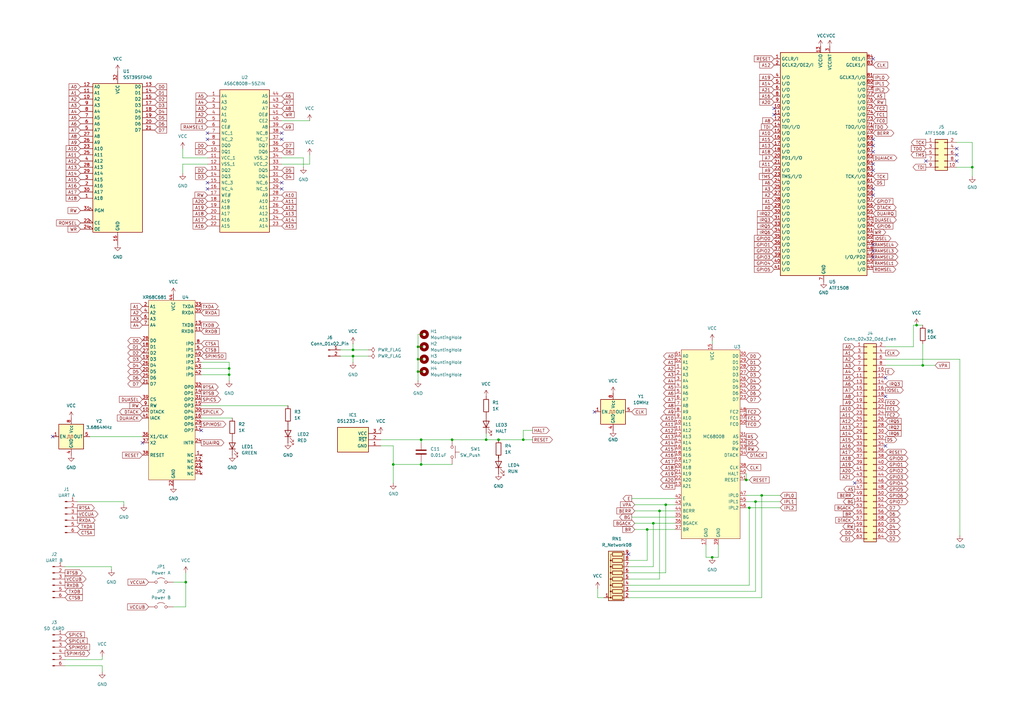
<source format=kicad_sch>
(kicad_sch (version 20231120) (generator "eeschema") (generator_version "8.0")
  (paper "A3")
  (junction (at 166.37 320.04))
  (junction (at 312.42 203.2))
  (junction (at 185.42 180.34))
  (junction (at 398.78 68.58))
  (junction (at 199.39 180.34))
  (junction (at 93.98 153.67))
  (junction (at 130.81 327.66))
  (junction (at 262.89 358.14))
  (junction (at 104.14 320.04))
  (junction (at 104.14 327.66))
  (junction (at 306.07 196.85))
  (junction (at 118.11 327.66))
  (junction (at 91.44 320.04))
  (junction (at 204.47 180.34))
  (junction (at 154.94 327.66))
  (junction (at 238.76 358.14))
  (junction (at 250.19 350.52))
  (junction (at 171.45 142.24))
  (junction (at 172.72 180.34))
  (junction (at 265.43 217.17))
  (junction (at 142.24 327.66))
  (junction (at 144.78 146.05))
  (junction (at 378.46 149.86))
  (junction (at 191.77 320.04))
  (junction (at 204.47 327.66))
  (junction (at 191.77 327.66))
  (junction (at 154.94 320.04))
  (junction (at 288.29 350.52))
  (junction (at 91.44 327.66))
  (junction (at 250.19 358.14))
  (junction (at 288.29 358.14))
  (junction (at 171.45 147.32))
  (junction (at 76.2 238.76))
  (junction (at 275.59 358.14))
  (junction (at 130.81 320.04))
  (junction (at 275.59 350.52))
  (junction (at 292.1 228.6))
  (junction (at 267.97 214.63))
  (junction (at 226.06 350.52))
  (junction (at 309.88 205.74))
  (junction (at 262.89 350.52))
  (junction (at 93.98 151.13))
  (junction (at 179.07 320.04))
  (junction (at 226.06 358.14))
  (junction (at 307.34 208.28))
  (junction (at 238.76 350.52))
  (junction (at 118.11 320.04))
  (junction (at 375.92 133.35))
  (junction (at 273.05 207.01))
  (junction (at 161.29 190.5))
  (junction (at 214.63 180.34))
  (junction (at 270.51 209.55))
  (junction (at 204.47 320.04))
  (junction (at 144.78 143.51))
  (junction (at 179.07 327.66))
  (junction (at 142.24 320.04))
  (junction (at 166.37 327.66))
  (junction (at 171.45 152.4))
  (junction (at 172.72 190.5))
  (no_connect (at 85.09 74.93))
  (no_connect (at 317.5 46.99))
  (no_connect (at 82.55 176.53))
  (no_connect (at 358.14 77.47))
  (no_connect (at 115.57 57.15))
  (no_connect (at 392.43 66.04))
  (no_connect (at 317.5 44.45))
  (no_connect (at 115.57 54.61))
  (no_connect (at 358.14 62.23))
  (no_connect (at 243.84 168.91))
  (no_connect (at 85.09 54.61))
  (no_connect (at 358.14 102.87))
  (no_connect (at 379.73 66.04))
  (no_connect (at 363.22 182.88))
  (no_connect (at 85.09 77.47))
  (no_connect (at 358.14 57.15))
  (no_connect (at 115.57 74.93))
  (no_connect (at 363.22 162.56))
  (no_connect (at 358.14 80.01))
  (no_connect (at 358.14 69.85))
  (no_connect (at 392.43 63.5))
  (no_connect (at 392.43 60.96))
  (no_connect (at 358.14 59.69))
  (no_connect (at 358.14 100.33))
  (no_connect (at 350.52 198.12))
  (no_connect (at 58.42 181.61))
  (no_connect (at 358.14 24.13))
  (no_connect (at 358.14 105.41))
  (no_connect (at 257.81 227.33))
  (no_connect (at 115.57 77.47))
  (no_connect (at 363.22 154.94))
  (no_connect (at 21.59 179.07))
  (no_connect (at 358.14 67.31))
  (no_connect (at 85.09 57.15))
  (wire (pts (xy 214.63 180.34) (xy 218.44 180.34)))
  (wire (pts (xy 363.22 149.86) (xy 378.46 149.86)))
  (wire (pts (xy 115.57 67.31) (xy 127 67.31)))
  (wire (pts (xy 172.72 180.34) (xy 185.42 180.34)))
  (wire (pts (xy 309.88 205.74) (xy 320.04 205.74)))
  (wire (pts (xy 374.65 133.35) (xy 375.92 133.35)))
  (wire (pts (xy 31.75 205.74) (xy 50.8 205.74)))
  (wire (pts (xy 26.67 273.05) (xy 41.91 273.05)))
  (wire (pts (xy 204.47 180.34) (xy 214.63 180.34)))
  (wire (pts (xy 50.8 205.74) (xy 50.8 207.01)))
  (wire (pts (xy 166.37 327.66) (xy 179.07 327.66)))
  (wire (pts (xy 144.78 146.05) (xy 144.78 148.59)))
  (wire (pts (xy 307.34 208.28) (xy 306.07 208.28)))
  (wire (pts (xy 171.45 147.32) (xy 173.99 147.32)))
  (wire (pts (xy 71.12 238.76) (xy 76.2 238.76)))
  (wire (pts (xy 93.98 148.59) (xy 93.98 151.13)))
  (wire (pts (xy 289.56 228.6) (xy 292.1 228.6)))
  (wire (pts (xy 257.81 242.57) (xy 309.88 242.57)))
  (wire (pts (xy 392.43 68.58) (xy 398.78 68.58)))
  (wire (pts (xy 267.97 214.63) (xy 276.86 214.63)))
  (wire (pts (xy 257.81 245.11) (xy 312.42 245.11)))
  (wire (pts (xy 260.35 209.55) (xy 270.51 209.55)))
  (wire (pts (xy 363.22 147.32) (xy 393.7 147.32)))
  (wire (pts (xy 273.05 207.01) (xy 273.05 234.95)))
  (wire (pts (xy 161.29 182.88) (xy 161.29 190.5)))
  (wire (pts (xy 76.2 238.76) (xy 76.2 234.95)))
  (wire (pts (xy 171.45 152.4) (xy 171.45 156.21)))
  (wire (pts (xy 273.05 207.01) (xy 276.86 207.01)))
  (wire (pts (xy 139.7 143.51) (xy 144.78 143.51)))
  (wire (pts (xy 294.64 223.52) (xy 294.64 228.6)))
  (wire (pts (xy 260.35 207.01) (xy 273.05 207.01)))
  (wire (pts (xy 307.34 196.85) (xy 306.07 196.85)))
  (wire (pts (xy 260.35 217.17) (xy 265.43 217.17)))
  (wire (pts (xy 142.24 327.66) (xy 154.94 327.66)))
  (wire (pts (xy 71.12 248.92) (xy 76.2 248.92)))
  (wire (pts (xy 288.29 350.52) (xy 288.29 358.14)))
  (wire (pts (xy 265.43 217.17) (xy 276.86 217.17)))
  (wire (pts (xy 161.29 190.5) (xy 172.72 190.5)))
  (wire (pts (xy 118.11 327.66) (xy 130.81 327.66)))
  (wire (pts (xy 91.44 327.66) (xy 104.14 327.66)))
  (wire (pts (xy 307.34 240.03) (xy 307.34 208.28)))
  (wire (pts (xy 41.91 270.51) (xy 41.91 269.24)))
  (wire (pts (xy 45.72 232.41) (xy 45.72 233.68)))
  (wire (pts (xy 171.45 152.4) (xy 173.99 152.4)))
  (wire (pts (xy 171.45 147.32) (xy 171.45 152.4)))
  (wire (pts (xy 374.65 133.35) (xy 374.65 142.24)))
  (wire (pts (xy 259.08 212.09) (xy 276.86 212.09)))
  (wire (pts (xy 306.07 194.31) (xy 306.07 196.85)))
  (wire (pts (xy 179.07 327.66) (xy 191.77 327.66)))
  (wire (pts (xy 226.06 350.52) (xy 238.76 350.52)))
  (wire (pts (xy 226.06 358.14) (xy 238.76 358.14)))
  (wire (pts (xy 82.55 153.67) (xy 93.98 153.67)))
  (wire (pts (xy 179.07 320.04) (xy 191.77 320.04)))
  (wire (pts (xy 257.81 232.41) (xy 267.97 232.41)))
  (wire (pts (xy 91.44 327.66) (xy 91.44 330.2)))
  (wire (pts (xy 312.42 203.2) (xy 320.04 203.2)))
  (wire (pts (xy 171.45 137.16) (xy 171.45 142.24)))
  (wire (pts (xy 306.07 203.2) (xy 312.42 203.2)))
  (wire (pts (xy 104.14 327.66) (xy 118.11 327.66)))
  (wire (pts (xy 115.57 64.77) (xy 124.46 64.77)))
  (wire (pts (xy 265.43 217.17) (xy 265.43 229.87)))
  (wire (pts (xy 259.08 204.47) (xy 276.86 204.47)))
  (wire (pts (xy 191.77 320.04) (xy 204.47 320.04)))
  (wire (pts (xy 218.44 176.53) (xy 214.63 176.53)))
  (wire (pts (xy 292.1 228.6) (xy 294.64 228.6)))
  (wire (pts (xy 306.07 205.74) (xy 309.88 205.74)))
  (wire (pts (xy 238.76 350.52) (xy 250.19 350.52)))
  (wire (pts (xy 191.77 327.66) (xy 204.47 327.66)))
  (wire (pts (xy 275.59 350.52) (xy 288.29 350.52)))
  (wire (pts (xy 130.81 327.66) (xy 142.24 327.66)))
  (wire (pts (xy 93.98 148.59) (xy 82.55 148.59)))
  (wire (pts (xy 36.83 179.07) (xy 58.42 179.07)))
  (wire (pts (xy 270.51 209.55) (xy 276.86 209.55)))
  (wire (pts (xy 161.29 190.5) (xy 161.29 198.12)))
  (wire (pts (xy 204.47 320.04) (xy 204.47 327.66)))
  (wire (pts (xy 260.35 214.63) (xy 267.97 214.63)))
  (wire (pts (xy 166.37 320.04) (xy 179.07 320.04)))
  (wire (pts (xy 41.91 273.05) (xy 41.91 275.59)))
  (wire (pts (xy 156.21 182.88) (xy 161.29 182.88)))
  (wire (pts (xy 257.81 237.49) (xy 270.51 237.49)))
  (wire (pts (xy 156.21 180.34) (xy 172.72 180.34)))
  (wire (pts (xy 173.99 137.16) (xy 171.45 137.16)))
  (wire (pts (xy 172.72 190.5) (xy 172.72 189.23)))
  (wire (pts (xy 309.88 242.57) (xy 309.88 205.74)))
  (wire (pts (xy 76.2 248.92) (xy 76.2 238.76)))
  (wire (pts (xy 74.93 67.31) (xy 85.09 67.31)))
  (wire (pts (xy 154.94 327.66) (xy 166.37 327.66)))
  (wire (pts (xy 247.65 245.11) (xy 245.11 245.11)))
  (wire (pts (xy 154.94 320.04) (xy 166.37 320.04)))
  (wire (pts (xy 93.98 153.67) (xy 93.98 156.21)))
  (wire (pts (xy 139.7 146.05) (xy 144.78 146.05)))
  (wire (pts (xy 393.7 147.32) (xy 393.7 219.71)))
  (wire (pts (xy 172.72 190.5) (xy 185.42 190.5)))
  (wire (pts (xy 262.89 350.52) (xy 275.59 350.52)))
  (wire (pts (xy 93.98 151.13) (xy 93.98 153.67)))
  (wire (pts (xy 363.22 142.24) (xy 374.65 142.24)))
  (wire (pts (xy 250.19 358.14) (xy 262.89 358.14)))
  (wire (pts (xy 250.19 350.52) (xy 262.89 350.52)))
  (wire (pts (xy 378.46 140.97) (xy 378.46 149.86)))
  (wire (pts (xy 270.51 209.55) (xy 270.51 237.49)))
  (wire (pts (xy 144.78 146.05) (xy 151.13 146.05)))
  (wire (pts (xy 262.89 358.14) (xy 275.59 358.14)))
  (wire (pts (xy 378.46 149.86) (xy 383.54 149.86)))
  (wire (pts (xy 172.72 180.34) (xy 172.72 181.61)))
  (wire (pts (xy 185.42 180.34) (xy 199.39 180.34)))
  (wire (pts (xy 74.93 60.96) (xy 74.93 64.77)))
  (wire (pts (xy 265.43 229.87) (xy 257.81 229.87)))
  (wire (pts (xy 130.81 320.04) (xy 142.24 320.04)))
  (wire (pts (xy 82.55 166.37) (xy 118.11 166.37)))
  (wire (pts (xy 289.56 223.52) (xy 289.56 228.6)))
  (wire (pts (xy 127 67.31) (xy 127 63.5)))
  (wire (pts (xy 375.92 133.35) (xy 378.46 133.35)))
  (wire (pts (xy 171.45 142.24) (xy 171.45 147.32)))
  (wire (pts (xy 257.81 234.95) (xy 273.05 234.95)))
  (wire (pts (xy 307.34 208.28) (xy 320.04 208.28)))
  (wire (pts (xy 245.11 245.11) (xy 245.11 241.3)))
  (wire (pts (xy 171.45 142.24) (xy 173.99 142.24)))
  (wire (pts (xy 398.78 68.58) (xy 398.78 72.39)))
  (wire (pts (xy 115.57 49.53) (xy 127 49.53)))
  (wire (pts (xy 199.39 177.8) (xy 199.39 180.34)))
  (wire (pts (xy 82.55 151.13) (xy 93.98 151.13)))
  (wire (pts (xy 238.76 358.14) (xy 250.19 358.14)))
  (wire (pts (xy 144.78 140.97) (xy 144.78 143.51)))
  (wire (pts (xy 118.11 320.04) (xy 130.81 320.04)))
  (wire (pts (xy 74.93 64.77) (xy 85.09 64.77)))
  (wire (pts (xy 226.06 350.52) (xy 213.36 350.52)))
  (wire (pts (xy 292.1 139.7) (xy 292.1 140.97)))
  (wire (pts (xy 257.81 240.03) (xy 307.34 240.03)))
  (wire (pts (xy 204.47 187.96) (xy 204.47 186.69)))
  (wire (pts (xy 214.63 176.53) (xy 214.63 180.34)))
  (wire (pts (xy 26.67 232.41) (xy 45.72 232.41)))
  (wire (pts (xy 199.39 180.34) (xy 204.47 180.34)))
  (wire (pts (xy 213.36 358.14) (xy 226.06 358.14)))
  (wire (pts (xy 142.24 320.04) (xy 154.94 320.04)))
  (wire (pts (xy 275.59 358.14) (xy 288.29 358.14)))
  (wire (pts (xy 144.78 143.51) (xy 151.13 143.51)))
  (wire (pts (xy 91.44 320.04) (xy 104.14 320.04)))
  (wire (pts (xy 91.44 316.23) (xy 91.44 320.04)))
  (wire (pts (xy 104.14 320.04) (xy 118.11 320.04)))
  (wire (pts (xy 124.46 64.77) (xy 124.46 68.58)))
  (wire (pts (xy 74.93 67.31) (xy 74.93 71.12)))
  (wire (pts (xy 26.67 270.51) (xy 41.91 270.51)))
  (wire (pts (xy 398.78 58.42) (xy 398.78 68.58)))
  (wire (pts (xy 312.42 203.2) (xy 312.42 245.11)))
  (wire (pts (xy 267.97 232.41) (xy 267.97 214.63)))
  (wire (pts (xy 392.43 58.42) (xy 398.78 58.42)))
  (wire (pts (xy 82.55 171.45) (xy 95.25 171.45)))
  (global_label "DTACK" (shape bidirectional) (at 58.42 168.91 180) (property "Intersheetrefs" "${INTERSHEET_REFS}" (effects (hide yes))))
  (global_label "A5" (shape input) (at 33.02 48.26 180) (property "Intersheetrefs" "${INTERSHEET_REFS}" (effects (hide yes))))
  (global_label "A13" (shape input) (at 33.02 68.58 180) (property "Intersheetrefs" "${INTERSHEET_REFS}" (effects (hide yes))))
  (global_label "D0" (shape bidirectional) (at 350.52 218.44 180) (property "Intersheetrefs" "${INTERSHEET_REFS}" (effects (hide yes))))
  (global_label "A11" (shape input) (at 33.02 63.5 180) (property "Intersheetrefs" "${INTERSHEET_REFS}" (effects (hide yes))))
  (global_label "A3" (shape input) (at 58.42 130.81 180) (property "Intersheetrefs" "${INTERSHEET_REFS}" (effects (hide yes))))
  (global_label "VCCUB" (shape input) (at 60.96 248.92 180) (property "Intersheetrefs" "${INTERSHEET_REFS}" (effects (hide yes))))
  (global_label "SPIMOSI" (shape input) (at 26.67 265.43 0) (property "Intersheetrefs" "${INTERSHEET_REFS}" (effects (hide yes))))
  (global_label "VPA" (shape input) (at 383.54 149.86 0) (property "Intersheetrefs" "${INTERSHEET_REFS}" (effects (hide yes))))
  (global_label "D6" (shape bidirectional) (at 306.07 161.29 0) (property "Intersheetrefs" "${INTERSHEET_REFS}" (effects (hide yes))))
  (global_label "BERR" (shape input) (at 260.35 209.55 180) (property "Intersheetrefs" "${INTERSHEET_REFS}" (effects (hide yes))))
  (global_label "A21" (shape input) (at 317.5 36.83 180) (property "Intersheetrefs" "${INTERSHEET_REFS}" (effects (hide yes))))
  (global_label "FC0" (shape input) (at 358.14 49.53 0) (effects (font (size 1.1938 1.1938))) (property "Intersheetrefs" "${INTERSHEET_REFS}" (effects (hide yes))))
  (global_label "A17" (shape input) (at 33.02 78.74 180) (property "Intersheetrefs" "${INTERSHEET_REFS}" (effects (hide yes))))
  (global_label "VPA" (shape input) (at 260.35 207.01 180) (property "Intersheetrefs" "${INTERSHEET_REFS}" (effects (hide yes))))
  (global_label "A18" (shape input) (at 317.5 62.23 180) (property "Intersheetrefs" "${INTERSHEET_REFS}" (effects (hide yes))))
  (global_label "TCK" (shape input) (at 358.14 72.39 0) (property "Intersheetrefs" "${INTERSHEET_REFS}" (effects (hide yes))))
  (global_label "A19" (shape input) (at 85.09 85.09 180) (property "Intersheetrefs" "${INTERSHEET_REFS}" (effects (hide yes))))
  (global_label "SPIMOSI" (shape output) (at 82.55 173.99 0) (property "Intersheetrefs" "${INTERSHEET_REFS}" (effects (hide yes))))
  (global_label "BR" (shape input) (at 260.35 217.17 180) (property "Intersheetrefs" "${INTERSHEET_REFS}" (effects (hide yes))))
  (global_label "DUAIRQ" (shape input) (at 358.14 87.63 0) (property "Intersheetrefs" "${INTERSHEET_REFS}" (effects (hide yes))))
  (global_label "D1" (shape bidirectional) (at 350.52 220.98 180) (property "Intersheetrefs" "${INTERSHEET_REFS}" (effects (hide yes))))
  (global_label "D4" (shape bidirectional) (at 363.22 215.9 0) (property "Intersheetrefs" "${INTERSHEET_REFS}" (effects (hide yes))))
  (global_label "GPIO4" (shape input) (at 317.5 107.95 180) (property "Intersheetrefs" "${INTERSHEET_REFS}" (effects (hide yes))))
  (global_label "FC2" (shape output) (at 363.22 170.18 0) (effects (font (size 1.1938 1.1938))) (property "Intersheetrefs" "${INTERSHEET_REFS}" (effects (hide yes))))
  (global_label "A19" (shape input) (at 317.5 31.75 180) (property "Intersheetrefs" "${INTERSHEET_REFS}" (effects (hide yes))))
  (global_label "DTACK" (shape input) (at 350.52 213.36 180) (effects (font (size 1.1938 1.1938))) (property "Intersheetrefs" "${INTERSHEET_REFS}" (effects (hide yes))))
  (global_label "A3" (shape input) (at 350.52 149.86 180) (property "Intersheetrefs" "${INTERSHEET_REFS}" (effects (hide yes))))
  (global_label "D3" (shape bidirectional) (at 306.07 153.67 0) (property "Intersheetrefs" "${INTERSHEET_REFS}" (effects (hide yes))))
  (global_label "A2" (shape input) (at 33.02 40.64 180) (property "Intersheetrefs" "${INTERSHEET_REFS}" (effects (hide yes))))
  (global_label "A14" (shape output) (at 276.86 181.61 180) (property "Intersheetrefs" "${INTERSHEET_REFS}" (effects (hide yes))))
  (global_label "DUAIACK" (shape output) (at 358.14 64.77 0) (effects (font (size 1.1938 1.1938))) (property "Intersheetrefs" "${INTERSHEET_REFS}" (effects (hide yes))))
  (global_label "DS" (shape output) (at 306.07 181.61 0) (property "Intersheetrefs" "${INTERSHEET_REFS}" (effects (hide yes))))
  (global_label "A15" (shape output) (at 276.86 184.15 180) (property "Intersheetrefs" "${INTERSHEET_REFS}" (effects (hide yes))))
  (global_label "RESET" (shape input) (at 317.5 24.13 180) (property "Intersheetrefs" "${INTERSHEET_REFS}" (effects (hide yes))))
  (global_label "D6" (shape input) (at 63.5 50.8 0) (property "Intersheetrefs" "${INTERSHEET_REFS}" (effects (hide yes))))
  (global_label "A8" (shape input) (at 115.57 44.45 0) (property "Intersheetrefs" "${INTERSHEET_REFS}" (effects (hide yes))))
  (global_label "RAMSEL4" (shape output) (at 358.14 100.33 0) (effects (font (size 1.1938 1.1938))) (property "Intersheetrefs" "${INTERSHEET_REFS}" (effects (hide yes))))
  (global_label "A15" (shape input) (at 115.57 92.71 0) (property "Intersheetrefs" "${INTERSHEET_REFS}" (effects (hide yes))))
  (global_label "GPIO6" (shape input) (at 358.14 92.71 0) (property "Intersheetrefs" "${INTERSHEET_REFS}" (effects (hide yes))))
  (global_label "D1" (shape bidirectional) (at 306.07 148.59 0) (property "Intersheetrefs" "${INTERSHEET_REFS}" (effects (hide yes))))
  (global_label "D2" (shape input) (at 85.09 69.85 180) (property "Intersheetrefs" "${INTERSHEET_REFS}" (effects (hide yes))))
  (global_label "VCCUA" (shape output) (at 31.75 210.82 0) (property "Intersheetrefs" "${INTERSHEET_REFS}" (effects (hide yes))))
  (global_label "D7" (shape input) (at 63.5 53.34 0) (property "Intersheetrefs" "${INTERSHEET_REFS}" (effects (hide yes))))
  (global_label "TDI" (shape input) (at 317.5 52.07 180) (property "Intersheetrefs" "${INTERSHEET_REFS}" (effects (hide yes))))
  (global_label "A1" (shape input) (at 317.5 82.55 180) (property "Intersheetrefs" "${INTERSHEET_REFS}" (effects (hide yes))))
  (global_label "A8" (shape input) (at 317.5 49.53 180) (property "Intersheetrefs" "${INTERSHEET_REFS}" (effects (hide yes))))
  (global_label "A16" (shape input) (at 33.02 76.2 180) (property "Intersheetrefs" "${INTERSHEET_REFS}" (effects (hide yes))))
  (global_label "A14" (shape input) (at 317.5 34.29 180) (property "Intersheetrefs" "${INTERSHEET_REFS}" (effects (hide yes))))
  (global_label "FC0" (shape output) (at 306.07 173.99 0) (property "Intersheetrefs" "${INTERSHEET_REFS}" (effects (hide yes))))
  (global_label "FC1" (shape output) (at 306.07 171.45 0) (property "Intersheetrefs" "${INTERSHEET_REFS}" (effects (hide yes))))
  (global_label "RAMSEL1" (shape output) (at 358.14 107.95 0) (effects (font (size 1.1938 1.1938))) (property "Intersheetrefs" "${INTERSHEET_REFS}" (effects (hide yes))))
  (global_label "TDO" (shape output) (at 358.14 52.07 0) (property "Intersheetrefs" "${INTERSHEET_REFS}" (effects (hide yes))))
  (global_label "RXDA" (shape output) (at 31.75 213.36 0) (property "Intersheetrefs" "${INTERSHEET_REFS}" (effects (hide yes))))
  (global_label "BGACK" (shape input) (at 350.52 208.28 180) (effects (font (size 1.1938 1.1938))) (property "Intersheetrefs" "${INTERSHEET_REFS}" (effects (hide yes))))
  (global_label "D3" (shape bidirectional) (at 363.22 218.44 0) (property "Intersheetrefs" "${INTERSHEET_REFS}" (effects (hide yes))))
  (global_label "A5" (shape output) (at 276.86 158.75 180) (property "Intersheetrefs" "${INTERSHEET_REFS}" (effects (hide yes))))
  (global_label "A20" (shape input) (at 350.52 193.04 180) (property "Intersheetrefs" "${INTERSHEET_REFS}" (effects (hide yes))))
  (global_label "SPIMISO" (shape input) (at 82.55 146.05 0) (property "Intersheetrefs" "${INTERSHEET_REFS}" (effects (hide yes))))
  (global_label "A10" (shape input) (at 33.02 60.96 180) (property "Intersheetrefs" "${INTERSHEET_REFS}" (effects (hide yes))))
  (global_label "IPL2" (shape output) (at 358.14 36.83 0) (property "Intersheetrefs" "${INTERSHEET_REFS}" (effects (hide yes))))
  (global_label "GPIO0" (shape input) (at 317.5 97.79 180) (property "Intersheetrefs" "${INTERSHEET_REFS}" (effects (hide yes))))
  (global_label "A20" (shape output) (at 276.86 196.85 180) (property "Intersheetrefs" "${INTERSHEET_REFS}" (effects (hide yes))))
  (global_label "FC1" (shape output) (at 363.22 167.64 0) (effects (font (size 1.1938 1.1938))) (property "Intersheetrefs" "${INTERSHEET_REFS}" (effects (hide yes))))
  (global_label "A2" (shape input) (at 350.52 147.32 180) (property "Intersheetrefs" "${INTERSHEET_REFS}" (effects (hide yes))))
  (global_label "D2" (shape bidirectional) (at 58.42 144.78 180) (property "Intersheetrefs" "${INTERSHEET_REFS}" (effects (hide yes))))
  (global_label "RESET" (shape input) (at 307.34 196.85 0) (property "Intersheetrefs" "${INTERSHEET_REFS}" (effects (hide yes))))
  (global_label "A18" (shape input) (at 350.52 187.96 180) (property "Intersheetrefs" "${INTERSHEET_REFS}" (effects (hide yes))))
  (global_label "D5" (shape bidirectional) (at 363.22 213.36 0) (property "Intersheetrefs" "${INTERSHEET_REFS}" (effects (hide yes))))
  (global_label "IRQ6" (shape input) (at 317.5 95.25 180) (property "Intersheetrefs" "${INTERSHEET_REFS}" (effects (hide yes))))
  (global_label "A1" (shape output) (at 276.86 148.59 180) (property "Intersheetrefs" "${INTERSHEET_REFS}" (effects (hide yes))))
  (global_label "DTACK" (shape tri_state) (at 358.14 85.09 0) (property "Intersheetrefs" "${INTERSHEET_REFS}" (effects (hide yes))))
  (global_label "IPL0" (shape input) (at 320.04 203.2 0) (property "Intersheetrefs" "${INTERSHEET_REFS}" (effects (hide yes))))
  (global_label "TXDA" (shape input) (at 31.75 215.9 0) (property "Intersheetrefs" "${INTERSHEET_REFS}" (effects (hide yes))))
  (global_label "A13" (shape input) (at 350.52 175.26 180) (property "Intersheetrefs" "${INTERSHEET_REFS}" (effects (hide yes))))
  (global_label "A18" (shape input) (at 85.09 87.63 180) (property "Intersheetrefs" "${INTERSHEET_REFS}" (effects (hide yes))))
  (global_label "GPIO1" (shape input) (at 317.5 100.33 180) (property "Intersheetrefs" "${INTERSHEET_REFS}" (effects (hide yes))))
  (global_label "GPIO6" (shape bidirectional) (at 363.22 203.2 0) (property "Intersheetrefs" "${INTERSHEET_REFS}" (effects (hide yes))))
  (global_label "FC2" (shape output) (at 306.07 168.91 0) (property "Intersheetrefs" "${INTERSHEET_REFS}" (effects (hide yes))))
  (global_label "VCCUA" (shape input) (at 60.96 238.76 180) (property "Intersheetrefs" "${INTERSHEET_REFS}" (effects (hide yes))))
  (global_label "A8" (shape input) (at 33.02 55.88 180) (property "Intersheetrefs" "${INTERSHEET_REFS}" (effects (hide yes))))
  (global_label "IOSEL" (shape output) (at 363.22 160.02 0) (effects (font (size 1.1938 1.1938))) (property "Intersheetrefs" "${INTERSHEET_REFS}" (effects (hide yes))))
  (global_label "D5" (shape bidirectional) (at 58.42 152.4 180) (property "Intersheetrefs" "${INTERSHEET_REFS}" (effects (hide yes))))
  (global_label "A12" (shape input) (at 317.5 26.67 180) (property "Intersheetrefs" "${INTERSHEET_REFS}" (effects (hide yes))))
  (global_label "D2" (shape bidirectional) (at 306.07 151.13 0) (property "Intersheetrefs" "${INTERSHEET_REFS}" (effects (hide yes))))
  (global_label "A9" (shape output) (at 276.86 168.91 180) (property "Intersheetrefs" "${INTERSHEET_REFS}" (effects (hide yes))))
  (global_label "A9" (shape input) (at 33.02 58.42 180) (property "Intersheetrefs" "${INTERSHEET_REFS}" (effects (hide yes))))
  (global_label "A3" (shape input) (at 317.5 77.47 180) (property "Intersheetrefs" "${INTERSHEET_REFS}" (effects (hide yes))))
  (global_label "GPIO5" (shape input) (at 317.5 110.49 180) (property "Intersheetrefs" "${INTERSHEET_REFS}" (effects (hide yes))))
  (global_label "RXDA" (shape input) (at 82.55 128.27 0) (property "Intersheetrefs" "${INTERSHEET_REFS}" (effects (hide yes))))
  (global_label "A16" (shape input) (at 317.5 39.37 180) (property "Intersheetrefs" "${INTERSHEET_REFS}" (effects (hide yes))))
  (global_label "A9" (shape input) (at 350.52 165.1 180) (property "Intersheetrefs" "${INTERSHEET_REFS}" (effects (hide yes))))
  (global_label "A5" (shape input) (at 350.52 154.94 180) (property "Intersheetrefs" "${INTERSHEET_REFS}" (effects (hide yes))))
  (global_label "A8" (shape output) (at 276.86 166.37 180) (property "Intersheetrefs" "${INTERSHEET_REFS}" (effects (hide yes))))
  (global_label "TCK" (shape output) (at 379.73 58.42 180) (property "Intersheetrefs" "${INTERSHEET_REFS}" (effects (hide yes))))
  (global_label "D2" (shape input) (at 63.5 40.64 0) (property "Intersheetrefs" "${INTERSHEET_REFS}" (effects (hide yes))))
  (global_label "CLK" (shape input) (at 358.14 26.67 0) (property "Intersheetrefs" "${INTERSHEET_REFS}" (effects (hide yes))))
  (global_label "A7" (shape input) (at 350.52 160.02 180) (property "Intersheetrefs" "${INTERSHEET_REFS}" (effects (hide yes))))
  (global_label "A13" (shape input) (at 317.5 59.69 180) (property "Intersheetrefs" "${INTERSHEET_REFS}" (effects (hide yes))))
  (global_label "D7" (shape input) (at 115.57 59.69 0) (property "Intersheetrefs" "${INTERSHEET_REFS}" (effects (hide yes))))
  (global_label "A10" (shape input) (at 115.57 80.01 0) (property "Intersheetrefs" "${INTERSHEET_REFS}" (effects (hide yes))))
  (global_label "A2" (shape input) (at 317.5 80.01 180) (property "Intersheetrefs" "${INTERSHEET_REFS}" (effects (hide yes))))
  (global_label "BG" (shape output) (at 350.52 205.74 180) (effects (font (size 1.1938 1.1938))) (property "Intersheetrefs" "${INTERSHEET_REFS}" (effects (hide yes))))
  (global_label "CLK" (shape input) (at 306.07 191.77 0) (property "Intersheetrefs" "${INTERSHEET_REFS}" (effects (hide yes))))
  (global_label "DS" (shape output) (at 363.22 180.34 0) (effects (font (size 1.1938 1.1938))) (property "Intersheetrefs" "${INTERSHEET_REFS}" (effects (hide yes))))
  (global_label "CLK" (shape input) (at 259.08 168.91 0) (property "Intersheetrefs" "${INTERSHEET_REFS}" (effects (hide yes))))
  (global_label "IPL0" (shape output) (at 358.14 31.75 0) (property "Intersheetrefs" "${INTERSHEET_REFS}" (effects (hide yes))))
  (global_label "A11" (shape input) (at 350.52 170.18 180) (property "Intersheetrefs" "${INTERSHEET_REFS}" (effects (hide yes))))
  (global_label "RXDB" (shape output) (at 26.67 240.03 0) (property "Intersheetrefs" "${INTERSHEET_REFS}" (effects (hide yes))))
  (global_label "IRQ2" (shape input) (at 363.22 175.26 0) (effects (font (size 1.1938 1.1938))) (property "Intersheetrefs" "${INTERSHEET_REFS}" (effects (hide yes))))
  (global_label "RESET" (shape bidirectional) (at 363.22 185.42 0) (effects (font (size 1.1938 1.1938))) (property "Intersheetrefs" "${INTERSHEET_REFS}" (effects (hide yes))))
  (global_label "A21" (shape input) (at 350.52 195.58 180) (property "Intersheetrefs" "${INTERSHEET_REFS}" (effects (hide yes))))
  (global_label "IRQ3" (shape input) (at 317.5 90.17 180) (property "Intersheetrefs" "${INTERSHEET_REFS}" (effects (hide yes))))
  (global_label "CTSA" (shape input) (at 31.75 218.44 0) (property "Intersheetrefs" "${INTERSHEET_REFS}" (effects (hide yes))))
  (global_label "AS" (shape output) (at 350.52 200.66 180) (effects (font (size 1.1938 1.1938))) (property "Intersheetrefs" "${INTERSHEET_REFS}" (effects (hide yes))))
  (global_label "A2" (shape input) (at 85.09 46.99 180) (property "Intersheetrefs" "${INTERSHEET_REFS}" (effects (hide yes))))
  (global_label "A1" (shape input) (at 33.02 38.1 180) (property "Intersheetrefs" "${INTERSHEET_REFS}" (effects (hide yes))))
  (global_label "DUASEL" (shape output) (at 358.14 90.17 0) (property "Intersheetrefs" "${INTERSHEET_REFS}" (effects (hide yes))))
  (global_label "BERR" (shape tri_state) (at 358.14 54.61 0) (property "Intersheetrefs" "${INTERSHEET_REFS}" (effects (hide yes))))
  (global_label "A8" (shape input) (at 350.52 162.56 180) (property "Intersheetrefs" "${INTERSHEET_REFS}" (effects (hide yes))))
  (global_label "RW" (shape input) (at 85.09 80.01 180) (property "Intersheetrefs" "${INTERSHEET_REFS}" (effects (hide yes))))
  (global_label "A5" (shape input) (at 85.09 39.37 180) (property "Intersheetrefs" "${INTERSHEET_REFS}" (effects (hide yes))))
  (global_label "A6" (shape input) (at 317.5 74.93 180) (property "Intersheetrefs" "${INTERSHEET_REFS}" (effects (hide yes))))
  (global_label "A21" (shape output) (at 276.86 199.39 180) (property "Intersheetrefs" "${INTERSHEET_REFS}" (effects (hide yes))))
  (global_label "D6" (shape bidirectional) (at 58.42 154.94 180) (property "Intersheetrefs" "${INTERSHEET_REFS}" (effects (hide yes))))
  (global_label "A14" (shape input) (at 115.57 90.17 0) (property "Intersheetrefs" "${INTERSHEET_REFS}" (effects (hide yes))))
  (global_label "A12" (shape input) (at 350.52 172.72 180) (property "Intersheetrefs" "${INTERSHEET_REFS}" (effects (hide yes))))
  (global_label "HALT" (shape output) (at 218.44 176.53 0) (property "Intersheetrefs" "${INTERSHEET_REFS}" (effects (hide yes))))
  (global_label "AS" (shape input) (at 358.14 39.37 0) (property "Intersheetrefs" "${INTERSHEET_REFS}" (effects (hide yes))))
  (global_label "A15" (shape input) (at 350.52 180.34 180) (property "Intersheetrefs" "${INTERSHEET_REFS}" (effects (hide yes))))
  (global_label "D6" (shape input) (at 115.57 62.23 0) (property "Intersheetrefs" "${INTERSHEET_REFS}" (effects (hide yes))))
  (global_label "GPIO4" (shape bidirectional) (at 363.22 198.12 0) (property "Intersheetrefs" "${INTERSHEET_REFS}" (effects (hide yes))))
  (global_label "TMS" (shape output) (at 379.73 63.5 180) (property "Intersheetrefs" "${INTERSHEET_REFS}" (effects (hide yes))))
  (global_label "D6" (shape bidirectional) (at 363.22 210.82 0) (property "Intersheetrefs" "${INTERSHEET_REFS}" (effects (hide yes))))
  (global_label "GPIO2" (shape input) (at 317.5 102.87 180) (property "Intersheetrefs" "${INTERSHEET_REFS}" (effects (hide yes))))
  (global_label "A13" (shape input) (at 115.57 87.63 0) (property "Intersheetrefs" "${INTERSHEET_REFS}" (effects (hide yes))))
  (global_label "D1" (shape input) (at 63.5 38.1 0) (property "Intersheetrefs" "${INTERSHEET_REFS}" (effects (hide yes))))
  (global_label "A16" (shape input) (at 350.52 182.88 180) (property "Intersheetrefs" "${INTERSHEET_REFS}" (effects (hide yes))))
  (global_label "A1" (shape input) (at 58.42 125.73 180) (property "Intersheetrefs" "${INTERSHEET_REFS}" (effects (hide yes))))
  (global_label "CTSB" (shape input) (at 26.67 245.11 0) (property "Intersheetrefs" "${INTERSHEET_REFS}" (effects (hide yes))))
  (global_label "D5" (shape input) (at 115.57 69.85 0) (property "Intersheetrefs" "${INTERSHEET_REFS}" (effects (hide yes))))
  (global_label "A3" (shape output) (at 276.86 153.67 180) (property "Intersheetrefs" "${INTERSHEET_REFS}" (effects (hide yes))))
  (global_label "A12" (shape input) (at 33.02 66.04 180) (property "Intersheetrefs" "${INTERSHEET_REFS}" (effects (hide yes))))
  (global_label "D3" (shape input) (at 63.5 43.18 0) (property "Intersheetrefs" "${INTERSHEET_REFS}" (effects (hide yes))))
  (global_label "IPL1" (shape output) (at 358.14 34.29 0) (property "Intersheetrefs" "${INTERSHEET_REFS}" (effects (hide yes))))
  (global_label "A1" (shape input) (at 85.09 49.53 180) (property "Intersheetrefs" "${INTERSHEET_REFS}" (effects (hide yes))))
  (global_label "ROMSEL" (shape output) (at 358.14 110.49 0) (effects (font (size 1.1938 1.1938))) (property "Intersheetrefs" "${INTERSHEET_REFS}" (effects (hide yes))))
  (global_label "RTSA" (shape output) (at 82.55 158.75 0) (property "Intersheetrefs" "${INTERSHEET_REFS}" (effects (hide yes))))
  (global_label "A0" (shape output) (at 276.86 146.05 180) (property "Intersheetrefs" "${INTERSHEET_REFS}" (effects (hide yes))))
  (global_label "A17" (shape output) (at 276.86 189.23 180) (property "Intersheetrefs" "${INTERSHEET_REFS}" (effects (hide yes))))
  (global_label "GPIO1" (shape bidirectional) (at 363.22 190.5 0) (property "Intersheetrefs" "${INTERSHEET_REFS}" (effects (hide yes))))
  (global_label "D4" (shape input) (at 115.57 72.39 0) (property "Intersheetrefs" "${INTERSHEET_REFS}" (effects (hide yes))))
  (global_label "D7" (shape bidirectional) (at 58.42 157.48 180) (property "Intersheetrefs" "${INTERSHEET_REFS}" (effects (hide yes))))
  (global_label "TXDB" (shape output) (at 82.55 133.35 0) (property "Intersheetrefs" "${INTERSHEET_REFS}" (effects (hide yes))))
  (global_label "A6" (shape input) (at 115.57 39.37 0) (property "Intersheetrefs" "${INTERSHEET_REFS}" (effects (hide yes))))
  (global_label "A11" (shape input) (at 115.57 82.55 0) (property "Intersheetrefs" "${INTERSHEET_REFS}" (effects (hide yes))))
  (global_label "A6" (shape output) (at 276.86 161.29 180) (property "Intersheetrefs" "${INTERSHEET_REFS}" (effects (hide yes))))
  (global_label "DUASEL" (shape input) (at 58.42 163.83 180) (property "Intersheetrefs" "${INTERSHEET_REFS}" (effects (hide yes))))
  (global_label "D1" (shape bidirectional) (at 58.42 142.24 180) (property "Intersheetrefs" "${INTERSHEET_REFS}" (effects (hide yes))))
  (global_label "A19" (shape input) (at 350.52 190.5 180) (property "Intersheetrefs" "${INTERSHEET_REFS}" (effects (hide yes))))
  (global_label "A9" (shape input) (at 115.57 52.07 0) (property "Intersheetrefs" "${INTERSHEET_REFS}" (effects (hide yes))))
  (global_label "A0" (shape input) (at 317.5 85.09 180) (property "Intersheetrefs" "${INTERSHEET_REFS}" (effects (hide yes))))
  (global_label "IRQ6" (shape input) (at 363.22 177.8 0) (effects (font (size 1.1938 1.1938))) (property "Intersheetrefs" "${INTERSHEET_REFS}" (effects (hide yes))))
  (global_label "D0" (shape input) (at 63.5 35.56 0) (property "Intersheetrefs" "${INTERSHEET_REFS}" (effects (hide yes))))
  (global_label "A6" (shape input) (at 350.52 157.48 180) (property "Intersheetrefs" "${INTERSHEET_REFS}" (effects (hide yes))))
  (global_label "A4" (shape input) (at 350.52 152.4 180) (property "Intersheetrefs" "${INTERSHEET_REFS}" (effects (hide yes))))
  (global_label "D0" (shape bidirectional) (at 306.07 146.05 0) (property "Intersheetrefs" "${INTERSHEET_REFS}" (effects (hide yes))))
  (global_label "A20" (shape input) (at 85.09 82.55 180) (property "Intersheetrefs" "${INTERSHEET_REFS}" (effects (hide yes))))
  (global_label "E" (shape output) (at 259.08 204.47 180) (property "Intersheetrefs" "${INTERSHEET_REFS}" (effects (hide yes))))
  (global_label "TDO" (shape input) (at 379.73 60.96 180) (property "Intersheetrefs" "${INTERSHEET_REFS}" (effects (hide yes))))
  (global_label "A17" (shape input) (at 350.52 185.42 180) (property "Intersheetrefs" "${INTERSHEET_REFS}" (effects (hide yes))))
  (global_label "IPL2" (shape input) (at 320.04 208.28 0) (property "Intersheetrefs" "${INTERSHEET_REFS}" (effects (hide yes))))
  (global_label "D0" (shape bidirectional) (at 58.42 139.7 180) (property "Intersheetrefs" "${INTERSHEET_REFS}" (effects (hide yes))))
  (global_label "CLK" (shape output) (at 363.22 144.78 0) (effects (font (size 1.1938 1.1938))) (property "Intersheetrefs" "${INTERSHEET_REFS}" (effects (hide yes))))
  (global_label "IRQ5" (shape input) (at 363.22 172.72 0) (effects (font (size 1.1938 1.1938))) (property "Intersheetrefs" "${INTERSHEET_REFS}" (effects (hide yes))))
  (global_label "A2" (shape output) (at 276.86 151.13 180) (property "Intersheetrefs" "${INTERSHEET_REFS}" (effects (hide yes))))
  (global_label "DUAIACK" (shape input) (at 58.42 171.45 180) (property "Intersheetrefs" "${INTERSHEET_REFS}" (effects (hide yes))))
  (global_label "GPIO0" (shape bidirectional) (at 363.22 187.96 0) (property "Intersheetrefs" "${INTERSHEET_REFS}" (effects (hide yes))))
  (global_label "A16" (shape input) (at 85.09 92.71 180) (property "Intersheetrefs" "${INTERSHEET_REFS}" (effects (hide yes))))
  (global_label "WR" (shape output) (at 358.14 95.25 0) (property "Intersheetrefs" "${INTERSHEET_REFS}" (effects (hide yes))))
  (global_label "RW" (shape input) (at 58.42 166.37 180) (property "Intersheetrefs" "${INTERSHEET_REFS}" (effects (hide yes))))
  (global_label "RTSB" (shape output) (at 26.67 234.95 0) (property "Intersheetrefs" "${INTERSHEET_REFS}" (effects (hide yes))))
  (global_label "A15" (shape input) (at 33.02 73.66 180) (property "Intersheetrefs" "${INTERSHEET_REFS}" (effects (hide yes))))
  (global_label "A0" (shape input) (at 33.02 35.56 180) (property "Intersheetrefs" "${INTERSHEET_REFS}" (effects (hide yes))))
  (global_label "SPICLK" (shape input) (at 26.67 262.89 0) (property "Intersheetrefs" "${INTERSHEET_REFS}" (effects (hide yes))))
  (global_label "D0" (shape input) (at 85.09 59.69 180) (property "Intersheetrefs" "${INTERSHEET_REFS}" (effects (hide yes))))
  (global_label "A16" (shape output) (at 276.86 186.69 180) (property "Intersheetrefs" "${INTERSHEET_REFS}" (effects (hide yes))))
  (global_label "FC2" (shape input) (at 358.14 44.45 0) (effects (font (size 1.1938 1.1938))) (property "Intersheetrefs" "${INTERSHEET_REFS}" (effects (hide yes))))
  (global_label "A3" (shape input) (at 85.09 44.45 180) (property "Intersheetrefs" "${INTERSHEET_REFS}" (effects (hide yes))))
  (global_label "A7" (shape input) (at 33.02 53.34 180) (property "Intersheetrefs" "${INTERSHEET_REFS}" (effects (hide yes))))
  (global_label "GPIO7" (shape bidirectional) (at 363.22 205.74 0) (property "Intersheetrefs" "${INTERSHEET_REFS}" (effects (hide yes))))
  (global_label "IRQ2" (shape input) (at 317.5 87.63 180) (property "Intersheetrefs" "${INTERSHEET_REFS}" (effects (hide yes))))
  (global_label "BERR" (shape input) (at 350.52 203.2 180) (effects (font (size 1.1938 1.1938))) (property "Intersheetrefs" "${INTERSHEET_REFS}" (effects (hide yes))))
  (global_label "A11" (shape output) (at 276.86 173.99 180) (property "Intersheetrefs" "${INTERSHEET_REFS}" (effects (hide yes))))
  (global_label "TXDA" (shape output) (at 82.55 125.73 0) (property "Intersheetrefs" "${INTERSHEET_REFS}" (effects (hide yes))))
  (global_label "DUAIRQ" (shape output) (at 82.55 181.61 0) (property "Intersheetrefs" "${INTERSHEET_REFS}" (effects (hide yes))))
  (global_label "CTSA" (shape input) (at 82.55 140.97 0) (property "Intersheetrefs" "${INTERSHEET_REFS}" (effects (hide yes))))
  (global_label "RESET" (shape input) (at 58.42 186.69 180) (property "Intersheetrefs" "${INTERSHEET_REFS}" (effects (hide yes))))
  (global_label "RAMSEL2" (shape output) (at 358.14 105.41 0) (effects (font (size 1.1938 1.1938))) (property "Intersheetrefs" "${INTERSHEET_REFS}" (effects (hide yes))))
  (global_label "D1" (shape input) (at 85.09 62.23 180) (property "Intersheetrefs" "${INTERSHEET_REFS}" (effects (hide yes))))
  (global_label "GPIO2" (shape bidirectional) (at 363.22 193.04 0) (property "Intersheetrefs" "${INTERSHEET_REFS}" (effects (hide yes))))
  (global_label "SPICS" (shape output) (at 82.55 163.83 0) (property "Intersheetrefs" "${INTERSHEET_REFS}" (effects (hide yes))))
  (global_label "CTSB" (shape input) (at 82.55 143.51 0) (property "Intersheetrefs" "${INTERSHEET_REFS}" (effects (hide yes))))
  (global_label "D7" (shape bidirectional) (at 306.07 163.83 0) (property "Intersheetrefs" "${INTERSHEET_REFS}" (effects (hide yes))))
  (global_label "GPIO3" (shape input) (at 317.5 105.41 180) (property "Intersheetrefs" "${INTERSHEET_REFS}" (effects (hide yes))))
  (global_label "D3" (shape bidirectional) (at 58.42 147.32 180) (property "Intersheetrefs" "${INTERSHEET_REFS}" (effects (hide yes))))
  (global_label "A15" (shape input) (at 317.5 57.15 180) (property "Intersheetrefs" "${INTERSHEET_REFS}" (effects (hide yes))))
  (global_label "A13" (shape output) (at 276.86 179.07 180) (property "Intersheetrefs" "${INTERSHEET_REFS}" (effects (hide yes))))
  (global_label "BG" (shape output) (at 259.08 212.09 180) (property "Intersheetrefs" "${INTERSHEET_REFS}" (effects (hide yes))))
  (global_label "A18" (shape input) (at 33.02 81.28 180) (property "Intersheetrefs" "${INTERSHEET_REFS}" (effects (hide yes))))
  (global_label "A14" (shape input) (at 33.02 71.12 180) (property "Intersheetrefs" "${INTERSHEET_REFS}" (effects (hide yes))))
  (global_label "A14" (shape input) (at 350.52 177.8 180) (property "Intersheetrefs" "${INTERSHEET_REFS}" (effects (hide yes))))
  (global_label "E" (shape output) (at 363.22 152.4 0) (property "Intersheetrefs" "${INTERSHEET_REFS}" (effects (hide yes))))
  (global_label "RW" (shape input) (at 358.14 41.91 0) (property "Intersheetrefs" "${INTERSHEET_REFS}" (effects (hide yes))))
  (global_label "A0" (shape input) (at 350.52 142.24 180) (property "Intersheetrefs" "${INTERSHEET_REFS}" (effects (hide yes))))
  (global_label "GPIO7" (shape input) (at 358.14 82.55 0) (property "Intersheetrefs" "${INTERSHEET_REFS}" (effects (hide yes))))
  (global_label "RW" (shape input) (at 33.02 86.36 180) (property "Intersheetrefs" "${INTERSHEET_REFS}" (effects (hide yes))))
  (global_label "A1" (shape input) (at 350.52 144.78 180) (property "Intersheetrefs" "${INTERSHEET_REFS}" (effects (hide yes))))
  (global_label "GPIO5" (shape bidirectional) (at 363.22 200.66 0) (property "Intersheetrefs" "${INTERSHEET_REFS}" (effects (hide yes))))
  (global_label "RTSA" (shape output) (at 31.75 208.28 0) (property "Intersheetrefs" "${INTERSHEET_REFS}" (effects (hide yes))))
  (global_label "A11" (shape input) (at 317.5 67.31 180) (property "Intersheetrefs" "${INTERSHEET_REFS}" (effects (hide yes))))
  (global_label "D4" (shape bidirectional) (at 306.07 156.21 0) (property "Intersheetrefs" "${INTERSHEET_REFS}" (effects (hide yes))))
  (global_label "A10" (shape input) (at 317.5 54.61 180) (property "Intersheetrefs" "${INTERSHEET_REFS}" (effects (hide yes))))
  (global_label "SPICS" (shape input) (at 26.67 260.35 0) (property "Intersheetrefs" "${INTERSHEET_REFS}" (effects (hide yes))))
  (global_label "A17" (shape input) (at 85.09 90.17 180) (property "Intersheetrefs" "${INTERSHEET_REFS}" (effects (hide yes))))
  (global_label "D7" (shape bidirectional) (at 363.22 208.28 0) (property "Intersheetrefs" "${INTERSHEET_REFS}" (effects (hide yes))))
  (global_label "A9" (shape input) (at 317.5 69.85 180) (property "Intersheetrefs" "${INTERSHEET_REFS}" (effects (hide yes))))
  (global_label "IRQ3" (shape input) (at 363.22 157.48 0) (property "Intersheetrefs" "${INTERSHEET_REFS}" (effects (hide yes))))
  (global_label "RAMSEL3" (shape output) (at 358.14 102.87 0) (effects (font (size 1.1938 1.1938))) (property "Intersheetrefs" "${INTERSHEET_REFS}" (effects (hide yes))))
  (global_label "RTSB" (shape output) (at 82.55 161.29 0) (property "Intersheetrefs" "${INTERSHEET_REFS}" (effects (hide yes))))
  (global_label "D4" (shape bidirectional) (at 58.42 149.86 180) (property "Intersheetrefs" "${INTERSHEET_REFS}" (effects (hide yes))))
  (global_label "A12" (shape output) (at 276.86 176.53 180) (property "Intersheetrefs" "${INTERSHEET_REFS}" (effects (hide yes))))
  (global_label "D4" (shape input) (at 63.5 45.72 0) (property "Intersheetrefs" "${INTERSHEET_REFS}" (effects (hide yes))))
  (global_label "IOSEL" (shape output) (at 358.14 97.79 0) (effects (font (size 1.1938 1.1938))) (property "Intersheetrefs" "${INTERSHEET_REFS}" (effects (hide yes))))
  (global_label "A4" (shape input) (at 33.02 45.72 180) (property "Intersheetrefs" "${INTERSHEET_REFS}" (effects (hide yes))))
  (global_label "A4" (shape output) (at 276.86 156.21 180) (property "Intersheetrefs" "${INTERSHEET_REFS}" (effects (hide yes))))
  (global_label "VCCUB" (shape output) (at 26.67 237.49 0) (property "Intersheetrefs" "${INTERSHEET_REFS}" (effects (hide yes))))
  (global_label "WR" (shape input) (at 115.57 46.99 0) (property "Intersheetrefs" "${INTERSHEET_REFS}" (effects (hide yes))))
  (global_label "A3" (shape input) (at 33.02 43.18 180) (property "Intersheetrefs" "${INTERSHEET_REFS}" (effects (hide yes))))
  (global_label "RESET" (shape output) (at 218.44 180.34 0) (property "Intersheetrefs" "${INTERSHEET_REFS}" (effects (hide yes))))
  (global_label "IPL1" (shape input) (at 320.04 205.74 0) (property "Intersheetrefs" "${INTERSHEET_REFS}" (effects (hide yes))))
  (global_label "A10" (shape input) (at 350.52 167.64 180) (property "Intersheetrefs" "${INTERSHEET_REFS}" (effects (hide yes))))
  (global_label "FC0" (shape output) (at 363.22 165.1 0) (effects (font (size 1.1938 1.1938))) (property "Intersheetrefs" "${INTERSHEET_REFS}" (effects (hide yes))))
  (global_label "A4" (shape input) (at 58.42 133.35 180) (property "Intersheetrefs" "${INTERSHEET_REFS}" (effects (hide yes))))
  (global_label "D3" (shape input) (at 85.09 72.39 180) (property "Intersheetrefs" "${INTERSHEET_REFS}" (effects (hide yes))))
  (global_label "RW" (shape output) (at 306.07 184.15 0) (property "Intersheetrefs" "${INTERSHEET_REFS}" (effects (hide yes))))
  (global_label "BR" (shape input) (at 350.52 210.82 180) (effects (font (size 1.1938 1.1938))) (property "Intersheetrefs" "${INTERSHEET_REFS}" (effects (hide yes))))
  (global_label "A4" (shape input) (at 85.09 41.91 180) (property "Intersheetrefs" "${INTERSHEET_REFS}" (effects (hide yes))))
  (global_label "A18" (shape output) (at 276.86 191.77 180) (property "Intersheetrefs" "${INTERSHEET_REFS}" (effects (hide yes))))
  (global_label "A7" (shape output) (at 276.86 163.83 180) (property "Intersheetrefs" "${INTERSHEET_REFS}" (effects (hide yes))))
  (global_label "SPICLK" (shape output) (at 82.55 168.91 0) (property "Intersheetrefs" "${INTERSHEET_REFS}" (effects (hide yes))))
  (global_label "WR" (shape input) (at 33.02 93.98 180) (property "Intersheetrefs" "${INTERSHEET_REFS}" (effects (hide yes))))
  (global_label "A2" (shape input) (at 58.42 128.27 180) (property "Intersheetrefs" "${INTERSHEET_REFS}" (effects (hide yes))))
  (global_label "AS" (shape output) (at 306.07 179.07 0) (property "Intersheetrefs" "${INTERSHEET_REFS}" (effects (hide yes))))
  (global_label "DS" (shape input) (at 358.14 74.93 0) (effects (font (size 1.1938 1.1938))) (property "Intersheetrefs" "${INTERSHEET_REFS}" (effects (hide yes))))
  (global_label "DTACK" (shape input) (at 306.07 186.69 0) (property "Intersheetrefs" "${INTERSHEET_REFS}" (effects (hide yes))))
  (global_label "SPIMISO" (shape output) (at 26.67 267.97 0) (property "Intersheetrefs" "${INTERSHEET_REFS}" (effects (hide yes))))
  (global_label "A19" (shape output) (at 276.86 194.31 180) (property "Intersheetrefs" "${INTERSHEET_REFS}" (effects (hide yes))))
  (global_label "D2" (shape bidirectional) (at 363.22 220.98 0) (property "Intersheetrefs" "${INTERSHEET_REFS}" (effects (hide yes))))
  (global_label "D5" (shape input) (at 63.5 48.26 0) (property "Intersheetrefs" "${INTERSHEET_REFS}" (effects (hide yes))))
  (global_label "A7" (shape input) (at 115.57 41.91 0) (property "Intersheetrefs" "${INTERSHEET_REFS}" (effects (hide yes))))
  (global_label "A7" (shape input) (at 317.5 64.77 180) (property "Intersheetrefs" "${INTERSHEET_REFS}" (effects (hide yes))))
  (global_label "IRQ5" (shape input) (at 317.5 92.71 180) (property "Intersheetrefs" "${INTERSHEET_REFS}" (effects (hide yes))))
  (global_label "GPIO3" (shape bidirectional) (at 363.22 195.58 0) (property "Intersheetrefs" "${INTERSHEET_REFS}" (effects (hide yes))))
  (global_label "TMS" (shape input) (at 317.5 72.39 180) (property "Intersheetrefs" "${INTERSHEET_REFS}" (effects (hide yes))))
  (global_label "FC1" (shape input) (at 358.14 46.99 0) (effects (font (size 1.1938 1.1938))) (property "Intersheetrefs" "${INTERSHEET_REFS}" (effects (hide yes))))
  (global_label "A20" (shape input) (at 317.5 41.91 180) (property "Intersheetrefs" "${INTERSHEET_REFS}" (effects (hide yes))))
  (global_label "BGACK" (shape input) (at 260.35 214.63 180) (property "Intersheetrefs" "${INTERSHEET_REFS}" (effects (hide yes))))
  (global_label "RW" (shape output) (at 350.52 215.9 180) (effects (font (size 1.1938 1.1938))) (property "Intersheetrefs" "${INTERSHEET_REFS}" (effects (hide yes))))
  (global_label "A10" (shape output) (at 276.86 171.45 180) (property "Intersheetrefs" "${INTERSHEET_REFS}" (effects (hide yes))))
  (global_label "RAMSEL1" (shape input) (at 85.09 52.07 180) (property "Intersheetrefs" "${INTERSHEET_REFS}" (effects (hide yes))))
  (global_label "TXDB" (shape input) (at 26.67 242.57 0) (property "Intersheetrefs" "${INTERSHEET_REFS}" (effects (hide yes))))
  (global_label "RXDB" (shape input) (at 82.55 135.89 0) (property "Intersheetrefs" "${INTERSHEET_REFS}" (effects (hide yes))))
  (global_label "ROMSEL" (shape input) (at 33.02 91.44 180) (property "Intersheetrefs" "${INTERSHEET_REFS}" (effects (hide yes))))
  (global_label "A12" (shape input) (at 115.57 85.09 0) (property "Intersheetrefs" "${INTERSHEET_REFS}" (effects (hide yes))))
  (global_label "D5" (shape bidirectional) (at 306.07 158.75 0) (property "Intersheetrefs" "${INTERSHEET_REFS}" (effects (hide yes))))
  (global_label "TDI" (shape output) (at 379.73 68.58 180) (property "Intersheetrefs" "${INTERSHEET_REFS}" (effects (hide yes))))
  (global_label "A6" (shape input) (at 33.02 50.8 180) (property "Intersheetrefs" "${INTERSHEET_REFS}" (effects (hide yes))))
  (symbol (lib_name "VCC_1") (lib_id "power:VCC") (at 74.93 60.96 0) (unit 1)
    (property "Reference" "#PWR02" (effects (hide yes)))
    (property "Value" "VCC" (at 74.93 55.88 0))
    (property "Description" "Power symbol creates a global label with name \"VCC\"" (effects (hide yes)))
  )
  (symbol (lib_id "Device:C") (at 130.81 323.85 0) (unit 1)
    (property "Reference" "C4" (at 134.62 322.5799 0) (effects (justify left)))
    (property "Value" "100uF" (at 134.62 325.1199 0) (effects (justify left)))
    (property "Footprint" "Capacitor_SMD:C_0805_2012Metric_Pad1.18x1.45mm_HandSolder" (effects (hide yes)))
    (property "Description" "Unpolarized capacitor" (effects (hide yes)))
  )
  (symbol (lib_id "power:GND") (at 204.47 194.31 0) (unit 1)
    (property "Reference" "#PWR029" (effects (hide yes)))
    (property "Value" "GND" (at 204.47 199.39 0))
    (property "Description" "Power symbol creates a global label with name \"GND\" , ground" (effects (hide yes)))
  )
  (symbol (lib_id "Mechanical:MountingHole") (at 173.99 152.4 0) (unit 1) (exclude_from_sim yes) (in_bom no)
    (property "Reference" "H4" (at 176.53 151.1299 0) (effects (justify left)))
    (property "Value" "MountingHole" (at 176.53 153.6699 0) (effects (justify left)))
    (property "Footprint" "MountingHole:MountingHole_3.2mm_M3" (effects (hide yes)))
    (property "Description" "Mounting Hole without connection" (effects (hide yes)))
  )
  (symbol (lib_id "Device:R") (at 199.39 166.37 0) (unit 1)
    (property "Reference" "R1" (at 201.93 165.0999 0) (effects (justify left)))
    (property "Value" "1K" (at 201.93 167.6399 0) (effects (justify left)))
    (property "Footprint" "Resistor_SMD:R_0805_2012Metric_Pad1.20x1.40mm_HandSolder" (effects (hide yes)))
    (property "Description" "Resistor" (effects (hide yes)))
  )
  (symbol (lib_id "Device:C") (at 118.11 323.85 0) (unit 1)
    (property "Reference" "C3" (at 121.92 322.5799 0) (effects (justify left)))
    (property "Value" "100uF" (at 121.92 325.1199 0) (effects (justify left)))
    (property "Footprint" "Capacitor_SMD:C_0805_2012Metric_Pad1.18x1.45mm_HandSolder" (effects (hide yes)))
    (property "Description" "Unpolarized capacitor" (effects (hide yes)))
  )
  (symbol (lib_id "Device:C") (at 226.06 354.33 0) (unit 1)
    (property "Reference" "C12" (at 229.87 353.0599 0) (effects (justify left)))
    (property "Value" "100uF" (at 229.87 355.5999 0) (effects (justify left)))
    (property "Footprint" "Capacitor_SMD:C_0805_2012Metric_Pad1.18x1.45mm_HandSolder" (effects (hide yes)))
    (property "Description" "Unpolarized capacitor" (effects (hide yes)))
  )
  (symbol (lib_id "Mechanical:MountingHole") (at 173.99 137.16 0) (unit 1) (exclude_from_sim yes) (in_bom no)
    (property "Reference" "H1" (at 176.53 135.8899 0) (effects (justify left)))
    (property "Value" "MountingHole" (at 176.53 138.4299 0) (effects (justify left)))
    (property "Footprint" "MountingHole:MountingHole_3.2mm_M3" (effects (hide yes)))
    (property "Description" "Mounting Hole without connection" (effects (hide yes)))
  )
  (symbol (lib_id "Device:C") (at 179.07 323.85 0) (unit 1)
    (property "Reference" "C8" (at 182.88 322.5799 0) (effects (justify left)))
    (property "Value" "100uF" (at 182.88 325.1199 0) (effects (justify left)))
    (property "Footprint" "Capacitor_SMD:C_0805_2012Metric_Pad1.18x1.45mm_HandSolder" (effects (hide yes)))
    (property "Description" "Unpolarized capacitor" (effects (hide yes)))
  )
  (symbol (lib_id "Device:R") (at 204.47 184.15 0) (unit 1)
    (property "Reference" "R4" (at 207.01 182.8799 0) (effects (justify left)))
    (property "Value" "1K" (at 207.01 185.4199 0) (effects (justify left)))
    (property "Footprint" "Resistor_SMD:R_0805_2012Metric_Pad1.20x1.40mm_HandSolder" (effects (hide yes)))
    (property "Description" "Resistor" (effects (hide yes)))
  )
  (symbol (lib_id "Oscillator:CXO_DIP8") (at 251.46 168.91 0) (unit 1)
    (property "Reference" "Y1" (at 262.89 162.5914 0))
    (property "Value" "10MHz" (at 262.89 165.1314 0))
    (property "Footprint" "Oscillator:Oscillator_DIP-8" (effects (hide yes)))
    (property "Datasheet" "http://cdn-reichelt.de/documents/datenblatt/B400/OSZI.pdf" (effects (hide yes)))
    (property "Description" "Crystal Clock Oscillator, DIP8-style metal package" (effects (hide yes)))
  )
  (symbol (lib_id "mc68008:MC68008") (at 292.1 179.07 0) (unit 1)
    (property "Reference" "U3" (at 300.99 142.24 0) (effects (justify left)))
    (property "Value" "MC68008" (at 288.29 179.07 0) (effects (justify left)))
    (property "Footprint" "Package_LCC:PLCC-52_THT-Socket" (effects (hide yes)))
  )
  (symbol (lib_id "Device:C") (at 172.72 185.42 0) (unit 1)
    (property "Reference" "C11" (at 176.53 184.1499 0) (effects (justify left)))
    (property "Value" "0.01uF" (at 176.53 186.6899 0) (effects (justify left)))
    (property "Footprint" "Capacitor_SMD:C_0805_2012Metric_Pad1.18x1.45mm_HandSolder" (effects (hide yes)))
    (property "Description" "Unpolarized capacitor" (effects (hide yes)))
  )
  (symbol (lib_id "Device:C") (at 288.29 354.33 0) (unit 1)
    (property "Reference" "C17" (at 292.1 353.0599 0) (effects (justify left)))
    (property "Value" "100uF" (at 292.1 355.5999 0) (effects (justify left)))
    (property "Footprint" "Capacitor_SMD:C_0805_2012Metric_Pad1.18x1.45mm_HandSolder" (effects (hide yes)))
    (property "Description" "Unpolarized capacitor" (effects (hide yes)))
  )
  (symbol (lib_id "Connector:Conn_01x06_Pin") (at 21.59 265.43 0) (unit 1)
    (property "Reference" "J3" (at 22.225 255.27 0))
    (property "Value" "SD CARD" (at 22.225 257.81 0))
    (property "Footprint" "Connector_PinHeader_2.54mm:PinHeader_1x06_P2.54mm_Vertical" (effects (hide yes)))
    (property "Description" "Generic connector, single row, 01x06, script generated" (effects (hide yes)))
  )
  (symbol (lib_name "GND_13") (lib_id "power:GND") (at 124.46 68.58 0) (unit 1)
    (property "Reference" "#PWR04" (effects (hide yes)))
    (property "Value" "GND" (at 124.46 73.66 0))
    (property "Description" "Power symbol creates a global label with name \"GND\" , ground" (effects (hide yes)))
  )
  (symbol (lib_id "Device:C") (at 91.44 323.85 0) (unit 1)
    (property "Reference" "C1" (at 95.25 322.5799 0) (effects (justify left)))
    (property "Value" "100uF" (at 95.25 325.1199 0) (effects (justify left)))
    (property "Footprint" "Capacitor_SMD:C_0805_2012Metric_Pad1.18x1.45mm_HandSolder" (effects (hide yes)))
    (property "Description" "Unpolarized capacitor" (effects (hide yes)))
  )
  (symbol (lib_name "GND_21") (lib_id "power:GND") (at 29.21 186.69 0) (unit 1)
    (property "Reference" "#PWR011" (effects (hide yes)))
    (property "Value" "GND" (at 29.21 191.77 0))
    (property "Description" "Power symbol creates a global label with name \"GND\" , ground" (effects (hide yes)))
  )
  (symbol (lib_id "power:GND") (at 144.78 148.59 0) (unit 1)
    (property "Reference" "#PWR022" (effects (hide yes)))
    (property "Value" "GND" (at 144.78 153.67 0))
    (property "Description" "Power symbol creates a global label with name \"GND\" , ground" (effects (hide yes)))
  )
  (symbol (lib_id "Device:LED") (at 204.47 190.5 90) (unit 1)
    (property "Reference" "LED4" (at 208.28 190.8174 90) (effects (justify right)))
    (property "Value" "RUN" (at 208.28 193.3574 90) (effects (justify right)))
    (property "Footprint" "LED_SMD:LED_0805_2012Metric_Pad1.15x1.40mm_HandSolder" (effects (hide yes)))
    (property "Description" "Light emitting diode" (effects (hide yes)))
  )
  (symbol (lib_name "VCC_1") (lib_id "power:VCC") (at 127 49.53 0) (unit 1)
    (property "Reference" "#PWR05" (effects (hide yes)))
    (property "Value" "VCC" (at 127 44.45 0))
    (property "Description" "Power symbol creates a global label with name \"VCC\"" (effects (hide yes)))
  )
  (symbol (lib_name "GND_19") (lib_id "power:GND") (at 71.12 199.39 0) (unit 1)
    (property "Reference" "#PWR018" (effects (hide yes)))
    (property "Value" "GND" (at 71.12 204.47 0))
    (property "Description" "Power symbol creates a global label with name \"GND\" , ground" (effects (hide yes)))
  )
  (symbol (lib_name "GND_5") (lib_id "power:GND") (at 251.46 176.53 0) (unit 1)
    (property "Reference" "#PWR014" (effects (hide yes)))
    (property "Value" "GND" (at 251.46 180.34 0))
    (property "Description" "Power symbol creates a global label with name \"GND\" , ground" (effects (hide yes)))
  )
  (symbol (lib_id "atf1508as-plcc84:ATF1508AS-PLCC84") (at 337.82 67.31 0) (unit 1)
    (property "Reference" "U5" (at 340.0141 115.57 0) (effects (justify left)))
    (property "Value" "ATF1508" (at 340.0141 118.11 0) (effects (justify left)))
    (property "Footprint" "Package_LCC:PLCC-84_THT-Socket" (effects (hide yes)))
  )
  (symbol (lib_id "Device:C") (at 238.76 354.33 0) (unit 1)
    (property "Reference" "C13" (at 242.57 353.0599 0) (effects (justify left)))
    (property "Value" "100uF" (at 242.57 355.5999 0) (effects (justify left)))
    (property "Footprint" "Capacitor_SMD:C_0805_2012Metric_Pad1.18x1.45mm_HandSolder" (effects (hide yes)))
    (property "Description" "Unpolarized capacitor" (effects (hide yes)))
  )
  (symbol (lib_name "GND_23") (lib_id "power:GND") (at 45.72 233.68 0) (unit 1)
    (property "Reference" "#PWR036" (effects (hide yes)))
    (property "Value" "GND" (at 45.72 238.76 0))
    (property "Description" "Power symbol creates a global label with name \"GND\" , ground" (effects (hide yes)))
  )
  (symbol (lib_id "power:GND") (at 171.45 156.21 0) (unit 1)
    (property "Reference" "#PWR01" (effects (hide yes)))
    (property "Value" "GND" (at 171.45 161.29 0))
    (property "Description" "Power symbol creates a global label with name \"GND\" , ground" (effects (hide yes)))
  )
  (symbol (lib_id "Device:LED") (at 95.25 182.88 90) (unit 1)
    (property "Reference" "LED1" (at 99.06 183.1974 90) (effects (justify right)))
    (property "Value" "GREEN" (at 99.06 185.7374 90) (effects (justify right)))
    (property "Footprint" "LED_SMD:LED_0805_2012Metric_Pad1.15x1.40mm_HandSolder" (effects (hide yes)))
    (property "Description" "Light emitting diode" (effects (hide yes)))
  )
  (symbol (lib_id "power:GND") (at 93.98 156.21 0) (unit 1)
    (property "Reference" "#PWR019" (effects (hide yes)))
    (property "Value" "GND" (at 93.98 161.29 0))
    (property "Description" "Power symbol creates a global label with name \"GND\" , ground" (effects (hide yes)))
  )
  (symbol (lib_name "GND_6") (lib_id "power:GND") (at 393.7 219.71 0) (unit 1)
    (property "Reference" "#PWR035" (effects (hide yes)))
    (property "Value" "GND" (at 393.827 224.1042 0))
    (property "Description" "Power symbol creates a global label with name \"GND\" , ground" (effects (hide yes)))
  )
  (symbol (lib_id "Device:C") (at 142.24 323.85 0) (unit 1)
    (property "Reference" "C5" (at 146.05 322.5799 0) (effects (justify left)))
    (property "Value" "100uF" (at 146.05 325.1199 0) (effects (justify left)))
    (property "Footprint" "Capacitor_SMD:C_0805_2012Metric_Pad1.18x1.45mm_HandSolder" (effects (hide yes)))
    (property "Description" "Unpolarized capacitor" (effects (hide yes)))
  )
  (symbol (lib_name "VCC_1") (lib_id "power:VCC") (at 199.39 162.56 0) (unit 1)
    (property "Reference" "#PWR026" (effects (hide yes)))
    (property "Value" "VCC" (at 199.39 157.48 0))
    (property "Description" "Power symbol creates a global label with name \"VCC\"" (effects (hide yes)))
  )
  (symbol (lib_id "Switch:SW_Push") (at 185.42 185.42 270) (mirror x) (unit 1)
    (property "Reference" "SW1" (at 197.104 184.15 90) (effects (justify right)))
    (property "Value" "SW_Push" (at 197.104 186.69 90) (effects (justify right)))
    (property "Footprint" "Button_Switch_THT:SW_TH_Tactile_Omron_B3F-10xx" (effects (hide yes)))
    (property "Description" "Push button switch, generic, two pins" (effects (hide yes)))
  )
  (symbol (lib_id "Mechanical:MountingHole") (at 173.99 142.24 0) (unit 1) (exclude_from_sim yes) (in_bom no)
    (property "Reference" "H2" (at 176.53 140.9699 0) (effects (justify left)))
    (property "Value" "MountingHole" (at 176.53 143.5099 0) (effects (justify left)))
    (property "Footprint" "MountingHole:MountingHole_3.2mm_M3" (effects (hide yes)))
    (property "Description" "Mounting Hole without connection" (effects (hide yes)))
  )
  (symbol (lib_id "Connector:Conn_01x06_Pin") (at 26.67 210.82 0) (unit 1)
    (property "Reference" "J1" (at 27.305 200.66 0))
    (property "Value" "UART A" (at 27.305 203.2 0))
    (property "Footprint" "Connector_PinHeader_2.54mm:PinHeader_1x06_P2.54mm_Vertical" (effects (hide yes)))
    (property "Description" "Generic connector, single row, 01x06, script generated" (effects (hide yes)))
  )
  (symbol (lib_id "Connector:Conn_01x06_Pin") (at 21.59 237.49 0) (unit 1)
    (property "Reference" "J2" (at 22.225 227.33 0))
    (property "Value" "UART B" (at 22.225 229.87 0))
    (property "Footprint" "Connector_PinHeader_2.54mm:PinHeader_1x06_P2.54mm_Vertical" (effects (hide yes)))
    (property "Description" "Generic connector, single row, 01x06, script generated" (effects (hide yes)))
  )
  (symbol (lib_name "VCC_1") (lib_id "power:VCC") (at 76.2 234.95 0) (unit 1)
    (property "Reference" "#PWR037" (effects (hide yes)))
    (property "Value" "VCC" (at 76.2 229.87 0))
    (property "Description" "Power symbol creates a global label with name \"VCC\"" (effects (hide yes)))
  )
  (symbol (lib_name "VCC_1") (lib_id "power:VCC") (at 29.21 171.45 0) (unit 1)
    (property "Reference" "#PWR08" (effects (hide yes)))
    (property "Value" "VCC" (at 29.21 166.37 0))
    (property "Description" "Power symbol creates a global label with name \"VCC\"" (effects (hide yes)))
  )
  (symbol (lib_id "Device:C") (at 154.94 323.85 0) (unit 1)
    (property "Reference" "C6" (at 158.75 322.5799 0) (effects (justify left)))
    (property "Value" "100uF" (at 158.75 325.1199 0) (effects (justify left)))
    (property "Footprint" "Capacitor_SMD:C_0805_2012Metric_Pad1.18x1.45mm_HandSolder" (effects (hide yes)))
    (property "Description" "Unpolarized capacitor" (effects (hide yes)))
  )
  (symbol (lib_id "Memory_Flash:SST39SF040") (at 48.26 66.04 0) (unit 1)
    (property "Reference" "U1" (at 50.4541 29.21 0) (effects (justify left)))
    (property "Value" "SST39SF040" (at 50.4541 31.75 0) (effects (justify left)))
    (property "Footprint" "Package_DIP:DIP-32_W15.24mm_Socket_LongPads" (effects (hide yes)))
    (property "Datasheet" "http://ww1.microchip.com/downloads/en/DeviceDoc/25022B.pdf" (effects (hide yes)))
    (property "Description" "Silicon Storage Technology (SSF) 512k x 8 Flash ROM" (effects (hide yes)))
  )
  (symbol (lib_id "Connector:Conn_01x02_Pin") (at 134.62 143.51 0) (unit 1)
    (property "Reference" "J6" (at 135.255 138.43 0))
    (property "Value" "Conn_01x02_Pin" (at 135.255 140.97 0))
    (property "Footprint" "Connector_PinHeader_2.54mm:PinHeader_1x02_P2.54mm_Vertical" (effects (hide yes)))
    (property "Description" "Generic connector, single row, 01x02, script generated" (effects (hide yes)))
  )
  (symbol (lib_id "Device:C") (at 104.14 323.85 0) (unit 1)
    (property "Reference" "C2" (at 107.95 322.5799 0) (effects (justify left)))
    (property "Value" "100uF" (at 107.95 325.1199 0) (effects (justify left)))
    (property "Footprint" "Capacitor_SMD:C_0805_2012Metric_Pad1.18x1.45mm_HandSolder" (effects (hide yes)))
    (property "Description" "Unpolarized capacitor" (effects (hide yes)))
  )
  (symbol (lib_name "GND_22") (lib_id "power:GND") (at 41.91 275.59 0) (unit 1)
    (property "Reference" "#PWR017" (effects (hide yes)))
    (property "Value" "GND" (at 41.91 280.67 0))
    (property "Description" "Power symbol creates a global label with name \"GND\" , ground" (effects (hide yes)))
  )
  (symbol (lib_id "power:PWR_FLAG") (at 151.13 146.05 270) (unit 1)
    (property "Reference" "#FLG04" (effects (hide yes)))
    (property "Value" "PWR_FLAG" (at 154.94 146.0499 90) (effects (justify left)))
    (property "Description" "Special symbol for telling ERC where power comes from" (effects (hide yes)))
  )
  (symbol (lib_name "GND_8") (lib_id "power:GND") (at 398.78 72.39 0) (unit 1)
    (property "Reference" "#PWR034" (effects (hide yes)))
    (property "Value" "GND" (at 398.78 76.835 0))
    (property "Description" "Power symbol creates a global label with name \"GND\" , ground" (effects (hide yes)))
  )
  (symbol (lib_id "Device:C") (at 262.89 354.33 0) (unit 1)
    (property "Reference" "C15" (at 266.7 353.0599 0) (effects (justify left)))
    (property "Value" "100uF" (at 266.7 355.5999 0) (effects (justify left)))
    (property "Footprint" "Capacitor_SMD:C_0805_2012Metric_Pad1.18x1.45mm_HandSolder" (effects (hide yes)))
    (property "Description" "Unpolarized capacitor" (effects (hide yes)))
  )
  (symbol (lib_id "Jumper:Jumper_2_Open") (at 66.04 238.76 0) (unit 1) (exclude_from_sim yes)
    (property "Reference" "JP1" (at 66.04 232.41 0))
    (property "Value" "Power A" (at 66.04 234.95 0))
    (property "Footprint" "Connector_PinHeader_2.54mm:PinHeader_1x02_P2.54mm_Vertical" (effects (hide yes)))
    (property "Description" "Jumper, 2-pole, open" (effects (hide yes)))
  )
  (symbol (lib_id "Connector_Generic:Conn_02x32_Odd_Even") (at 355.6 180.34 0) (unit 1)
    (property "Reference" "J4" (at 356.87 136.7282 0))
    (property "Value" "Conn_02x32_Odd_Even" (at 356.87 139.0396 0))
    (property "Footprint" "Connector_PinHeader_2.54mm:PinHeader_2x32_P2.54mm_Vertical" (effects (hide yes)))
  )
  (symbol (lib_id "Device:R") (at 95.25 175.26 0) (unit 1)
    (property "Reference" "R2" (at 97.79 173.9899 0) (effects (justify left)))
    (property "Value" "1K" (at 97.79 176.5299 0) (effects (justify left)))
    (property "Footprint" "Resistor_SMD:R_0805_2012Metric_Pad1.20x1.40mm_HandSolder" (effects (hide yes)))
    (property "Description" "Resistor" (effects (hide yes)))
  )
  (symbol (lib_id "Device:C") (at 191.77 323.85 0) (unit 1)
    (property "Reference" "C9" (at 195.58 322.5799 0) (effects (justify left)))
    (property "Value" "100uF" (at 195.58 325.1199 0) (effects (justify left)))
    (property "Footprint" "Capacitor_SMD:C_0805_2012Metric_Pad1.18x1.45mm_HandSolder" (effects (hide yes)))
    (property "Description" "Unpolarized capacitor" (effects (hide yes)))
  )
  (symbol (lib_id "Oscillator:CXO_DIP8") (at 29.21 179.07 0) (unit 1)
    (property "Reference" "Y2" (at 40.64 172.7514 0))
    (property "Value" "3.6864MHz" (at 40.64 175.2914 0))
    (property "Footprint" "Oscillator:Oscillator_DIP-8" (effects (hide yes)))
    (property "Datasheet" "http://cdn-reichelt.de/documents/datenblatt/B400/OSZI.pdf" (effects (hide yes)))
    (property "Description" "Crystal Clock Oscillator, DIP8-style metal package" (effects (hide yes)))
  )
  (symbol (lib_id "Device:LED") (at 118.11 177.8 90) (unit 1)
    (property "Reference" "LED2" (at 121.92 178.1174 90) (effects (justify right)))
    (property "Value" "RED" (at 121.92 180.6574 90) (effects (justify right)))
    (property "Footprint" "LED_SMD:LED_0805_2012Metric_Pad1.15x1.40mm_HandSolder" (effects (hide yes)))
    (property "Description" "Light emitting diode" (effects (hide yes)))
  )
  (symbol (lib_name "VCC_1") (lib_id "power:VCC") (at 245.11 241.3 0) (unit 1)
    (property "Reference" "#PWR031" (effects (hide yes)))
    (property "Value" "VCC" (at 245.11 236.22 0))
    (property "Description" "Power symbol creates a global label with name \"VCC\"" (effects (hide yes)))
  )
  (symbol (lib_name "GND_15") (lib_id "power:GND") (at 48.26 100.33 0) (unit 1)
    (property "Reference" "#PWR07" (effects (hide yes)))
    (property "Value" "GND" (at 48.26 105.41 0))
    (property "Description" "Power symbol creates a global label with name \"GND\" , ground" (effects (hide yes)))
  )
  (symbol (lib_name "GND_20") (lib_id "power:GND") (at 50.8 207.01 0) (unit 1)
    (property "Reference" "#PWR012" (effects (hide yes)))
    (property "Value" "GND" (at 50.8 212.09 0))
    (property "Description" "Power symbol creates a global label with name \"GND\" , ground" (effects (hide yes)))
  )
  (symbol (lib_id "Device:R") (at 118.11 170.18 0) (unit 1)
    (property "Reference" "R3" (at 120.65 168.9099 0) (effects (justify left)))
    (property "Value" "1K" (at 120.65 171.4499 0) (effects (justify left)))
    (property "Footprint" "Resistor_SMD:R_0805_2012Metric_Pad1.20x1.40mm_HandSolder" (effects (hide yes)))
    (property "Description" "Resistor" (effects (hide yes)))
  )
  (symbol (lib_id "Jumper:Jumper_2_Open") (at 66.04 248.92 0) (unit 1) (exclude_from_sim yes)
    (property "Reference" "JP2" (at 66.04 242.57 0))
    (property "Value" "Power B" (at 66.04 245.11 0))
    (property "Footprint" "Connector_PinHeader_2.54mm:PinHeader_1x02_P2.54mm_Vertical" (effects (hide yes)))
    (property "Description" "Jumper, 2-pole, open" (effects (hide yes)))
  )
  (symbol (lib_name "VCC_1") (lib_id "power:VCC") (at 292.1 139.7 0) (unit 1)
    (property "Reference" "#PWR020" (effects (hide yes)))
    (property "Value" "VCC" (at 292.1 134.62 0))
    (property "Description" "Power symbol creates a global label with name \"VCC\"" (effects (hide yes)))
  )
  (symbol (lib_name "GND_13") (lib_id "power:GND") (at 74.93 71.12 0) (unit 1)
    (property "Reference" "#PWR03" (effects (hide yes)))
    (property "Value" "GND" (at 74.93 76.2 0))
    (property "Description" "Power symbol creates a global label with name \"GND\" , ground" (effects (hide yes)))
  )
  (symbol (lib_id "power:VCC") (at 251.46 161.29 0) (unit 1)
    (property "Reference" "#PWR010" (effects (hide yes)))
    (property "Value" "VCC" (at 251.46 156.21 0))
    (property "Description" "Power symbol creates a global label with name \"VCC\"" (effects (hide yes)))
  )
  (symbol (lib_id "Device:C") (at 166.37 323.85 0) (unit 1)
    (property "Reference" "C7" (at 170.18 322.5799 0) (effects (justify left)))
    (property "Value" "100uF" (at 170.18 325.1199 0) (effects (justify left)))
    (property "Footprint" "Capacitor_SMD:C_0805_2012Metric_Pad1.18x1.45mm_HandSolder" (effects (hide yes)))
    (property "Description" "Unpolarized capacitor" (effects (hide yes)))
  )
  (symbol (lib_name "GND_17") (lib_id "power:GND") (at 95.25 186.69 0) (unit 1)
    (property "Reference" "#PWR027" (effects (hide yes)))
    (property "Value" "GND" (at 95.25 191.77 0))
    (property "Description" "Power symbol creates a global label with name \"GND\" , ground" (effects (hide yes)))
  )
  (symbol (lib_id "Device:C") (at 275.59 354.33 0) (unit 1)
    (property "Reference" "C16" (at 279.4 353.0599 0) (effects (justify left)))
    (property "Value" "100uF" (at 279.4 355.5999 0) (effects (justify left)))
    (property "Footprint" "Capacitor_SMD:C_0805_2012Metric_Pad1.18x1.45mm_HandSolder" (effects (hide yes)))
    (property "Description" "Unpolarized capacitor" (effects (hide yes)))
  )
  (symbol (lib_id "power:VCC") (at 144.78 140.97 0) (unit 1)
    (property "Reference" "#PWR025" (effects (hide yes)))
    (property "Value" "VCC" (at 144.78 135.89 0))
    (property "Description" "Power symbol creates a global label with name \"VCC\"" (effects (hide yes)))
  )
  (symbol (lib_name "VCC_1") (lib_id "power:VCC") (at 41.91 269.24 0) (unit 1)
    (property "Reference" "#PWR013" (effects (hide yes)))
    (property "Value" "VCC" (at 41.91 264.16 0))
    (property "Description" "Power symbol creates a global label with name \"VCC\"" (effects (hide yes)))
  )
  (symbol (lib_id "power:VCC") (at 156.21 177.8 0) (unit 1)
    (property "Reference" "#PWR09" (effects (hide yes)))
    (property "Value" "VCC" (at 156.21 172.72 0))
    (property "Description" "Power symbol creates a global label with name \"VCC\"" (effects (hide yes)))
  )
  (symbol (lib_name "VCC_1") (lib_id "power:VCC") (at 48.26 29.21 0) (unit 1)
    (property "Reference" "#PWR016" (effects (hide yes)))
    (property "Value" "VCC" (at 48.26 24.13 0))
    (property "Description" "Power symbol creates a global label with name \"VCC\"" (effects (hide yes)))
  )
  (symbol (lib_name "VCC_5") (lib_id "power:VCC") (at 336.55 19.05 0) (unit 1)
    (property "Reference" "#PWR023" (effects (hide yes)))
    (property "Value" "VCC" (at 336.9818 14.6558 0))
    (property "Description" "Power symbol creates a global label with name \"VCC\"" (effects (hide yes)))
  )
  (symbol (lib_id "Device:C") (at 250.19 354.33 0) (unit 1)
    (property "Reference" "C14" (at 254 353.0599 0) (effects (justify left)))
    (property "Value" "100uF" (at 254 355.5999 0) (effects (justify left)))
    (property "Footprint" "Capacitor_SMD:C_0805_2012Metric_Pad1.18x1.45mm_HandSolder" (effects (hide yes)))
    (property "Description" "Unpolarized capacitor" (effects (hide yes)))
  )
  (symbol (lib_id "Connector_Generic:Conn_02x05_Odd_Even") (at 384.81 63.5 0) (unit 1)
    (property "Reference" "J5" (at 386.08 52.07 0))
    (property "Value" "ATF1508 JTAG" (at 386.08 54.61 0))
    (property "Footprint" "Connector_IDC:IDC-Header_2x05_P2.54mm_Vertical" (effects (hide yes)))
  )
  (symbol (lib_id "Mechanical:MountingHole") (at 173.99 147.32 0) (unit 1) (exclude_from_sim yes) (in_bom no)
    (property "Reference" "H3" (at 176.53 146.0499 0) (effects (justify left)))
    (property "Value" "MountingHole" (at 176.53 148.5899 0) (effects (justify left)))
    (property "Footprint" "MountingHole:MountingHole_3.2mm_M3" (effects (hide yes)))
    (property "Description" "Mounting Hole without connection" (effects (hide yes)))
  )
  (symbol (lib_name "VCC_1") (lib_id "power:VCC") (at 71.12 120.65 0) (unit 1)
    (property "Reference" "#PWR015" (effects (hide yes)))
    (property "Value" "VCC" (at 71.12 115.57 0))
    (property "Description" "Power symbol creates a global label with name \"VCC\"" (effects (hide yes)))
  )
  (symbol (lib_name "GND_1") (lib_id "power:GND") (at 292.1 228.6 0) (unit 1)
    (property "Reference" "#PWR030" (effects (hide yes)))
    (property "Value" "GND" (at 292.1 233.68 0))
    (property "Description" "Power symbol creates a global label with name \"GND\" , ground" (effects (hide yes)))
  )
  (symbol (lib_id "power:VCC") (at 340.36 19.05 0) (unit 1)
    (property "Reference" "#PWR032" (effects (hide yes)))
    (property "Value" "VCC" (at 340.7918 14.6558 0))
    (property "Description" "Power symbol creates a global label with name \"VCC\"" (effects (hide yes)))
  )
  (symbol (lib_name "GND_7") (lib_id "power:GND") (at 337.82 115.57 0) (unit 1)
    (property "Reference" "#PWR024" (effects (hide yes)))
    (property "Value" "GND" (at 337.82 120.015 0))
    (property "Description" "Power symbol creates a global label with name \"GND\" , ground" (effects (hide yes)))
  )
  (symbol (lib_id "xr68c681:XR68C681") (at 71.12 154.94 0) (unit 1)
    (property "Reference" "U4" (at 74.676 121.92 0) (effects (justify left)))
    (property "Value" "XR68C681" (at 58.42 121.92 0) (effects (justify left)))
    (property "Footprint" "Package_LCC:PLCC-44_THT-Socket" (effects (hide yes)))
  )
  (symbol (lib_id "ds1233-10+:DS1233-10+") (at 156.21 177.8 0) (mirror y) (unit 1)
    (property "Reference" "IC1" (at 144.78 170.18 0))
    (property "Value" "DS1233-10+" (at 144.78 172.72 0))
    (property "Footprint" "Package_TO_SOT_THT:TO-92_HandSolder" (effects (hide yes)))
    (property "Datasheet" "https://datasheet.datasheetarchive.com/originals/distributors/Datasheets-18/DSA-345030.pdf" (effects (hide yes)))
    (property "Description" "DS1233-10+, Processor Supervisor 5V Active Low, Open Drain, Reset 3-Pin TO-92" (effects (hide yes)))
    (property "Mouser Part Number" "700-DS1233-10" (effects (hide yes)))
    (property "Mouser Price/Stock" "https://www.mouser.co.uk/ProductDetail/Analog-Devices-Maxim-Integrated/DS1233-10%2b?qs=0Y9aZN%252BMVCXd7HuNF9dj5A%3D%3D" (effects (hide yes)))
    (property "Manufacturer_Name" "Analog Devices" (effects (hide yes)))
    (property "Manufacturer_Part_Number" "DS1233-10+" (effects (hide yes)))
  )
  (symbol (lib_id "power:PWR_FLAG") (at 151.13 143.51 270) (unit 1)
    (property "Reference" "#FLG03" (effects (hide yes)))
    (property "Value" "PWR_FLAG" (at 154.94 143.5099 90) (effects (justify left)))
    (property "Description" "Special symbol for telling ERC where power comes from" (effects (hide yes)))
  )
  (symbol (lib_id "Device:R") (at 378.46 137.16 0) (unit 1)
    (property "Reference" "R5" (at 380.238 135.9916 0) (effects (justify left)))
    (property "Value" "10K" (at 380.238 138.303 0) (effects (justify left)))
    (property "Footprint" "Resistor_SMD:R_0805_2012Metric_Pad1.20x1.40mm_HandSolder" (effects (hide yes)))
  )
  (symbol (lib_name "GND_3") (lib_id "power:GND") (at 161.29 198.12 0) (unit 1)
    (property "Reference" "#PWR021" (effects (hide yes)))
    (property "Value" "GND" (at 161.417 202.5142 0))
    (property "Description" "Power symbol creates a global label with name \"GND\" , ground" (effects (hide yes)))
  )
  (symbol (lib_id "as6c8008:AS6C8008-55ZIN") (at 85.09 39.37 0) (unit 1)
    (property "Reference" "U2" (at 100.33 31.75 0))
    (property "Value" "AS6C8008-55ZIN" (at 100.33 34.29 0))
    (property "Footprint" "Package_SO:TSOP-II-44_10.16x18.41mm_P0.8mm" (effects (hide yes)))
    (property "Datasheet" "https://www.alliancememory.com/wp-content/uploads/pdf/AS6C8008.pdf" (effects (hide yes)))
    (property "Description" "Alliance Memory, AS6C8008-55ZIN SRAM Memory, 8Mbit, 55ns, 2.7  5.5 V 44-Pin TSOP" (effects (hide yes)))
    (property "Height" "1.2" (effects (hide yes)))
    (property "Manufacturer_Name" "Alliance Memory" (effects (hide yes)))
    (property "Manufacturer_Part_Number" "AS6C8008-55ZIN" (effects (hide yes)))
    (property "Mouser Part Number" "913-AS6C8008-55ZIN" (effects (hide yes)))
    (property "Mouser Price/Stock" "https://www.mouser.co.uk/ProductDetail/Alliance-Memory/AS6C8008-55ZIN?qs=L7H0o24wAFwvMliw%252BBJ1%252Bw%3D%3D" (effects (hide yes)))
  )
  (symbol (lib_id "Device:R_Network08") (at 252.73 234.95 90) (unit 1)
    (property "Reference" "RN1" (at 252.984 220.98 90))
    (property "Value" "R_Network08" (at 252.984 223.52 90))
    (property "Footprint" "Resistor_THT:R_Array_SIP9" (effects (hide yes)))
    (property "Datasheet" "http://www.vishay.com/docs/31509/csc.pdf" (effects (hide yes)))
    (property "Description" "8 resistor network, star topology, bussed resistors, small symbol" (effects (hide yes)))
  )
  (symbol (lib_id "Device:C") (at 204.47 323.85 0) (unit 1)
    (property "Reference" "C10" (effects (hide yes)))
    (property "Value" "100uF" (effects (hide yes)))
    (property "Footprint" "Capacitor_SMD:C_0805_2012Metric_Pad1.18x1.45mm_HandSolder" (effects (hide yes)))
    (property "Description" "Unpolarized capacitor" (effects (hide yes)))
  )
  (symbol (lib_name "GND_18") (lib_id "power:GND") (at 118.11 181.61 0) (unit 1)
    (property "Reference" "#PWR028" (effects (hide yes)))
    (property "Value" "GND" (at 118.11 186.69 0))
    (property "Description" "Power symbol creates a global label with name \"GND\" , ground" (effects (hide yes)))
  )
  (symbol (lib_id "Device:LED") (at 199.39 173.99 90) (unit 1)
    (property "Reference" "LED3" (at 203.2 174.3074 90) (effects (justify right)))
    (property "Value" "HALT" (at 203.2 176.8474 90) (effects (justify right)))
    (property "Footprint" "LED_SMD:LED_0805_2012Metric_Pad1.15x1.40mm_HandSolder" (effects (hide yes)))
    (property "Description" "Light emitting diode" (effects (hide yes)))
  )
  (symbol (lib_name "VCC_1") (lib_id "power:VCC") (at 127 63.5 0) (unit 1)
    (property "Reference" "#PWR06" (effects (hide yes)))
    (property "Value" "VCC" (at 127 58.42 0))
    (property "Description" "Power symbol creates a global label with name \"VCC\"" (effects (hide yes)))
  )
  (symbol (lib_id "power:VCC") (at 375.92 133.35 0) (unit 1)
    (property "Reference" "#PWR033" (effects (hide yes)))
    (property "Value" "VCC" (at 375.92 128.27 0))
    (property "Description" "Power symbol creates a global label with name \"VCC\"" (effects (hide yes)))
  )
)
</source>
